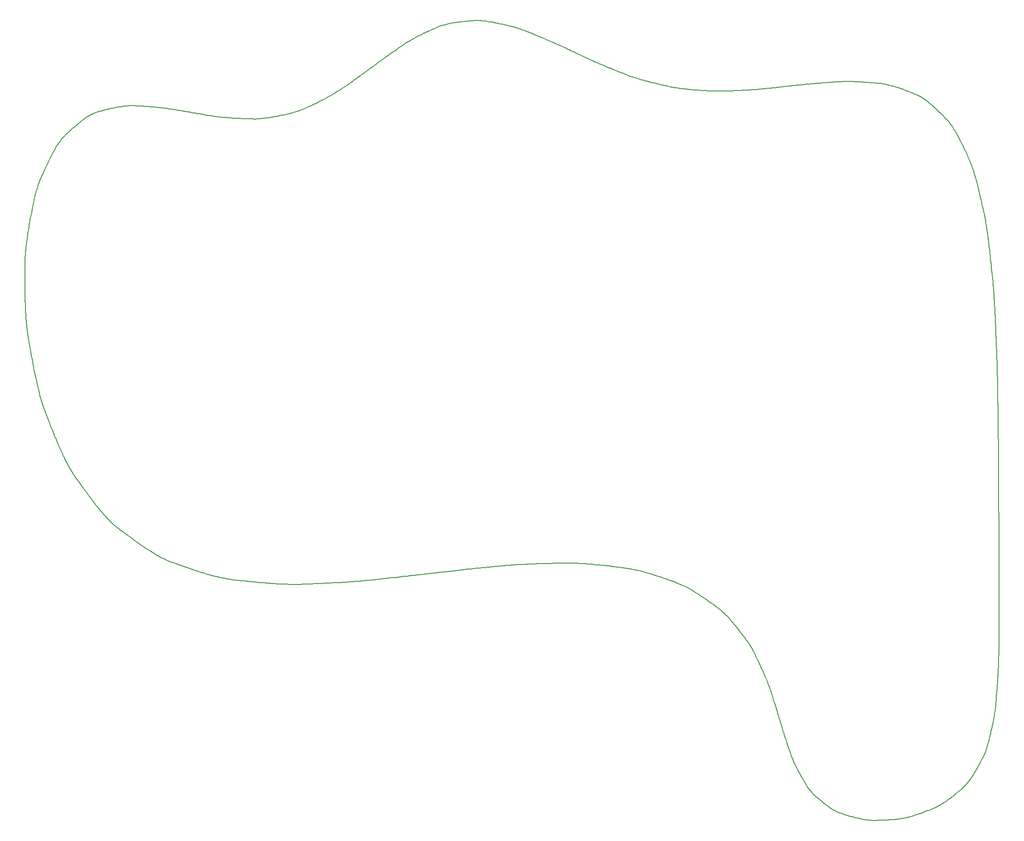
<source format=gbr>
%TF.GenerationSoftware,KiCad,Pcbnew,8.0.1*%
%TF.CreationDate,2024-05-05T07:35:19+02:00*%
%TF.ProjectId,PinkyPi,50696e6b-7950-4692-9e6b-696361645f70,rev?*%
%TF.SameCoordinates,Original*%
%TF.FileFunction,Profile,NP*%
%FSLAX46Y46*%
G04 Gerber Fmt 4.6, Leading zero omitted, Abs format (unit mm)*
G04 Created by KiCad (PCBNEW 8.0.1) date 2024-05-05 07:35:19*
%MOMM*%
%LPD*%
G01*
G04 APERTURE LIST*
%ADD10C,0.200000*%
G04 APERTURE END LIST*
D10*
X222008990Y-94321869D02*
X222011318Y-94598948D01*
X222013610Y-94876974D01*
X222015871Y-95156985D01*
X222018108Y-95440017D01*
X222020327Y-95727106D01*
X222022533Y-96019288D01*
X222024732Y-96317600D01*
X222026931Y-96623079D01*
X222029135Y-96936761D01*
X222031350Y-97259683D01*
X222033583Y-97592880D01*
X222035838Y-97937390D01*
X222038123Y-98294249D01*
X222040443Y-98664494D01*
X222042804Y-99049161D01*
X222045212Y-99449286D01*
X222047673Y-99865906D01*
X222050192Y-100300058D01*
X222052777Y-100752777D01*
X222055432Y-101225101D01*
X222058164Y-101718066D01*
X222060979Y-102232708D01*
X222063883Y-102770064D01*
X222066881Y-103331171D01*
X222069980Y-103917064D01*
X222073185Y-104528781D01*
X222076503Y-105167358D01*
X222079939Y-105833830D01*
X222083500Y-106529236D01*
X222087191Y-107254611D01*
X222091018Y-108010992D01*
X222094988Y-108799416D01*
X216626955Y-157534193D02*
X216472798Y-157725272D01*
X216313349Y-157916451D01*
X216145369Y-158109850D01*
X215965620Y-158307591D01*
X215770861Y-158511797D01*
X215557856Y-158724589D01*
X215323365Y-158948089D01*
X215064149Y-159184419D01*
X214776969Y-159435702D01*
X214621881Y-159567613D01*
X214458588Y-159704058D01*
X214286684Y-159845303D01*
X214105766Y-159991611D01*
X213915427Y-160143249D01*
X213715264Y-160300482D01*
X213504871Y-160463574D01*
X213283844Y-160632792D01*
X213051778Y-160808400D01*
X212808268Y-160990664D01*
X212552909Y-161179849D01*
X212285296Y-161376221D01*
X212005024Y-161580043D01*
X211711690Y-161791583D01*
X184189751Y-154638119D02*
X184088099Y-154405723D01*
X183986364Y-154167600D01*
X183883260Y-153919613D01*
X183777501Y-153657625D01*
X183667802Y-153377498D01*
X183552877Y-153075096D01*
X183431442Y-152746282D01*
X183302209Y-152386918D01*
X183234267Y-152194487D01*
X183163895Y-151992867D01*
X183090930Y-151781542D01*
X183015212Y-151559994D01*
X182936582Y-151327705D01*
X182854877Y-151084159D01*
X182769938Y-150828839D01*
X182681603Y-150561228D01*
X182589713Y-150280808D01*
X182494105Y-149987062D01*
X182394621Y-149679473D01*
X182291098Y-149357524D01*
X182183376Y-149020698D01*
X182071295Y-148668478D01*
X181954694Y-148300347D01*
X181833413Y-147915787D01*
X200117946Y-27763765D02*
X200395178Y-27807244D01*
X200675186Y-27854750D01*
X200961751Y-27908094D01*
X201258656Y-27969088D01*
X201569680Y-28039545D01*
X201898605Y-28121278D01*
X202249212Y-28216099D01*
X202625283Y-28325821D01*
X202824049Y-28386835D01*
X203030599Y-28452255D01*
X203245405Y-28522305D01*
X203468940Y-28597214D01*
X203701677Y-28677207D01*
X203944089Y-28762511D01*
X204196648Y-28853352D01*
X204459826Y-28949958D01*
X204734097Y-29052554D01*
X205019933Y-29161368D01*
X205317806Y-29276625D01*
X205628190Y-29398552D01*
X205951557Y-29527377D01*
X206288380Y-29663325D01*
X206639131Y-29806622D01*
X207004283Y-29957497D01*
X49755091Y-100344760D02*
X49630544Y-100135401D01*
X49506362Y-99924323D01*
X49382214Y-99710573D01*
X49257769Y-99493200D01*
X49132697Y-99271251D01*
X49006665Y-99043776D01*
X48879344Y-98809822D01*
X48750403Y-98568437D01*
X48619510Y-98318671D01*
X48486336Y-98059571D01*
X48350549Y-97790186D01*
X48211818Y-97509563D01*
X48069812Y-97216752D01*
X47924201Y-96910800D01*
X47774654Y-96590756D01*
X47620840Y-96255668D01*
X47462428Y-95904584D01*
X47299088Y-95536553D01*
X47130488Y-95150622D01*
X46956297Y-94745841D01*
X46776186Y-94321258D01*
X46589822Y-93875920D01*
X46396875Y-93408877D01*
X46197015Y-92919175D01*
X45989910Y-92405865D01*
X45775230Y-91867993D01*
X45552644Y-91304609D01*
X45321820Y-90714760D01*
X45082429Y-90097495D01*
X44834139Y-89451862D01*
X44576619Y-88776910D01*
X44309540Y-88071687D01*
X111585905Y-20361302D02*
X111829836Y-20206029D01*
X112077653Y-20050976D01*
X112333213Y-19894696D01*
X112600377Y-19735742D01*
X112883006Y-19572668D01*
X113184958Y-19404027D01*
X113510094Y-19228373D01*
X113862275Y-19044259D01*
X114049712Y-18948578D01*
X114245359Y-18850239D01*
X114449696Y-18749063D01*
X114663207Y-18644867D01*
X114886373Y-18537472D01*
X115119678Y-18426696D01*
X115363604Y-18312359D01*
X115618634Y-18194280D01*
X115885249Y-18072277D01*
X116163933Y-17946171D01*
X116455167Y-17815781D01*
X116759435Y-17680925D01*
X117077219Y-17541422D01*
X117409002Y-17397093D01*
X117755265Y-17247756D01*
X118116492Y-17093231D01*
X146055974Y-23342856D02*
X146327795Y-23467044D01*
X146603951Y-23592338D01*
X146888712Y-23720302D01*
X147186349Y-23852497D01*
X147501134Y-23990485D01*
X147837337Y-24135829D01*
X148199229Y-24290092D01*
X148391143Y-24371056D01*
X148591082Y-24454835D01*
X148799578Y-24541625D01*
X149017166Y-24631621D01*
X149244379Y-24725018D01*
X149481752Y-24822012D01*
X149729818Y-24922797D01*
X149989112Y-25027570D01*
X150260167Y-25136526D01*
X150543516Y-25249859D01*
X150839695Y-25367765D01*
X151149236Y-25490439D01*
X151472674Y-25618077D01*
X151810543Y-25750874D01*
X152163376Y-25889026D01*
X152531707Y-26032726D01*
X152916070Y-26182172D01*
X153317000Y-26337558D01*
X219520675Y-52734884D02*
X219559528Y-52953510D01*
X219598118Y-53173782D01*
X219636528Y-53396676D01*
X219674847Y-53623168D01*
X219713158Y-53854235D01*
X219751550Y-54090853D01*
X219790108Y-54333998D01*
X219828918Y-54584648D01*
X219868066Y-54843779D01*
X219907638Y-55112366D01*
X219947721Y-55391388D01*
X219988401Y-55681819D01*
X220029764Y-55984637D01*
X220071896Y-56300818D01*
X220114882Y-56631339D01*
X220158811Y-56977176D01*
X220203767Y-57339305D01*
X220249836Y-57718703D01*
X220297105Y-58116347D01*
X220345660Y-58533213D01*
X220395587Y-58970277D01*
X220446973Y-59428516D01*
X220499903Y-59908907D01*
X220554463Y-60412425D01*
X220610740Y-60940049D01*
X220668820Y-61492752D01*
X220728789Y-62071514D01*
X220790732Y-62677309D01*
X220854738Y-63311115D01*
X220920890Y-63973907D01*
X220989277Y-64666663D01*
X221059983Y-65390359D01*
X171507772Y-126905143D02*
X171287427Y-126688076D01*
X171060195Y-126470068D01*
X170821585Y-126248542D01*
X170567108Y-126020917D01*
X170292274Y-125784615D01*
X169992593Y-125537056D01*
X169832032Y-125408249D01*
X169663575Y-125275661D01*
X169486662Y-125138969D01*
X169300731Y-124997852D01*
X169105221Y-124851986D01*
X168899572Y-124701049D01*
X168683220Y-124544718D01*
X168455606Y-124382673D01*
X168216168Y-124214589D01*
X167964346Y-124040144D01*
X167699577Y-123859017D01*
X167421300Y-123670885D01*
X167128955Y-123475426D01*
X166821980Y-123272316D01*
X166499814Y-123061234D01*
X166161895Y-122841858D01*
X165807663Y-122613864D01*
X165436557Y-122376931D01*
X165048014Y-122130736D01*
X164641475Y-121874957D01*
X155705924Y-118582581D02*
X155331685Y-118494899D01*
X154948548Y-118408951D01*
X154751550Y-118366484D01*
X154549818Y-118324279D01*
X154342515Y-118282280D01*
X154128804Y-118240429D01*
X153907849Y-118198669D01*
X153678813Y-118156944D01*
X153440859Y-118115196D01*
X153193151Y-118073369D01*
X152934853Y-118031405D01*
X152665127Y-117989248D01*
X152383138Y-117946841D01*
X152088048Y-117904126D01*
X151779021Y-117861047D01*
X151455221Y-117817547D01*
X151115810Y-117773569D01*
X150759953Y-117729055D01*
X150386812Y-117683950D01*
X149995551Y-117638196D01*
X149585334Y-117591735D01*
X149155324Y-117544512D01*
X148704684Y-117496469D01*
X148232577Y-117447549D01*
X147738168Y-117397695D01*
X147220620Y-117346850D01*
X146679095Y-117294958D01*
X146112758Y-117241961D01*
X145520772Y-117187803D01*
X144902300Y-117132426D01*
X176353742Y-133317232D02*
X176204903Y-133057198D01*
X176050815Y-132794663D01*
X175888202Y-132526140D01*
X175713787Y-132248147D01*
X175524294Y-131957198D01*
X175316447Y-131649809D01*
X175086970Y-131322495D01*
X174963097Y-131150278D01*
X174832588Y-130971773D01*
X174695033Y-130786545D01*
X174550023Y-130594157D01*
X174397148Y-130394176D01*
X174235999Y-130186164D01*
X174066167Y-129969687D01*
X173887241Y-129744308D01*
X173698813Y-129509593D01*
X173500473Y-129265106D01*
X173291811Y-129010411D01*
X173072418Y-128745073D01*
X172841884Y-128468656D01*
X172599800Y-128180724D01*
X172345756Y-127880843D01*
X172079343Y-127568575D01*
X171800152Y-127243487D01*
X171507772Y-126905143D01*
X131755785Y-17230996D02*
X132020148Y-17311791D01*
X132288902Y-17396290D01*
X132566235Y-17486317D01*
X132856333Y-17583700D01*
X133163385Y-17690266D01*
X133491577Y-17807840D01*
X133845098Y-17938250D01*
X134032664Y-18008839D01*
X134228133Y-18083322D01*
X134432028Y-18161927D01*
X134644871Y-18244882D01*
X134867188Y-18332416D01*
X135099500Y-18424757D01*
X135342332Y-18522134D01*
X135596206Y-18624774D01*
X135861647Y-18732906D01*
X136139177Y-18846759D01*
X136429320Y-18966560D01*
X136732600Y-19092538D01*
X137049540Y-19224922D01*
X137380663Y-19363939D01*
X137726493Y-19509818D01*
X138087554Y-19662787D01*
X138464368Y-19823075D01*
X138857459Y-19990910D01*
X219833688Y-151540250D02*
X219743271Y-151798265D01*
X219648758Y-152057241D01*
X219547882Y-152320304D01*
X219438379Y-152590578D01*
X219317984Y-152871191D01*
X219184432Y-153165267D01*
X219035457Y-153475933D01*
X218868795Y-153806313D01*
X218682181Y-154159535D01*
X218580683Y-154345688D01*
X218473349Y-154538723D01*
X218359894Y-154739031D01*
X218240035Y-154947004D01*
X218113489Y-155163030D01*
X217979974Y-155387502D01*
X217839205Y-155620810D01*
X217690900Y-155863345D01*
X217534776Y-156115497D01*
X217370549Y-156377657D01*
X217197937Y-156650216D01*
X217016655Y-156933564D01*
X216826422Y-157228093D01*
X216626955Y-157534193D01*
X42702107Y-48718312D02*
X42757726Y-48516577D01*
X42814305Y-48315123D01*
X42872184Y-48113375D01*
X42931703Y-47910759D01*
X42993206Y-47706701D01*
X43057031Y-47500626D01*
X43123522Y-47291962D01*
X43193019Y-47080133D01*
X43265863Y-46864565D01*
X43342396Y-46644685D01*
X43422958Y-46419919D01*
X43507892Y-46189692D01*
X43597537Y-45953431D01*
X43692236Y-45710561D01*
X43792330Y-45460508D01*
X43898159Y-45202698D01*
X44010066Y-44936557D01*
X44128390Y-44661512D01*
X44253475Y-44376987D01*
X44385660Y-44082410D01*
X44525287Y-43777205D01*
X44672697Y-43460799D01*
X44828231Y-43132618D01*
X44992231Y-42792087D01*
X45165038Y-42438633D01*
X45346993Y-42071682D01*
X45538438Y-41690659D01*
X45739712Y-41294991D01*
X45951159Y-40884103D01*
X46173118Y-40457421D01*
X46405932Y-40014372D01*
X46649941Y-39554381D01*
X222096978Y-133906770D02*
X222092296Y-134108678D01*
X222087395Y-134310677D01*
X222082206Y-134513431D01*
X222076662Y-134717600D01*
X222070694Y-134923848D01*
X222064235Y-135132838D01*
X222057217Y-135345231D01*
X222049572Y-135561691D01*
X222041232Y-135782881D01*
X222032129Y-136009461D01*
X222022195Y-136242096D01*
X222011362Y-136481448D01*
X221999563Y-136728179D01*
X221986730Y-136982952D01*
X221972793Y-137246430D01*
X221957687Y-137519274D01*
X221941342Y-137802148D01*
X221923691Y-138095715D01*
X221904666Y-138400636D01*
X221884199Y-138717574D01*
X221862222Y-139047192D01*
X221838667Y-139390153D01*
X221813466Y-139747119D01*
X221786552Y-140118752D01*
X221757857Y-140505715D01*
X221727312Y-140908671D01*
X221694849Y-141328282D01*
X221660401Y-141765211D01*
X221623900Y-142220121D01*
X221585278Y-142693673D01*
X221544467Y-143186531D01*
X221501400Y-143699358D01*
X184254311Y-28129714D02*
X184561550Y-28096399D01*
X184873540Y-28062972D01*
X185194991Y-28029183D01*
X185530617Y-27994783D01*
X185885129Y-27959522D01*
X186263241Y-27923151D01*
X186462619Y-27904472D01*
X186669664Y-27885422D01*
X186884965Y-27865970D01*
X187109111Y-27846084D01*
X187342690Y-27825735D01*
X187586293Y-27804889D01*
X187840508Y-27783518D01*
X188105924Y-27761588D01*
X188383130Y-27739069D01*
X188672716Y-27715930D01*
X188975269Y-27692140D01*
X189291380Y-27667668D01*
X189621637Y-27642482D01*
X189966630Y-27616551D01*
X190326947Y-27589845D01*
X190703177Y-27562331D01*
X191095910Y-27533979D01*
X191505734Y-27504758D01*
X191933239Y-27474636D01*
X192379014Y-27443583D01*
X138857459Y-19990910D02*
X139126773Y-20112662D01*
X139400426Y-20237049D01*
X139682650Y-20366012D01*
X139977672Y-20501493D01*
X140289724Y-20645436D01*
X140623035Y-20799783D01*
X140981835Y-20966477D01*
X141172115Y-21055061D01*
X141370354Y-21147460D01*
X141577080Y-21243917D01*
X141792821Y-21344675D01*
X142018108Y-21449977D01*
X142253468Y-21560065D01*
X142499430Y-21675182D01*
X142756523Y-21795572D01*
X143025275Y-21921476D01*
X143306216Y-22053138D01*
X143599874Y-22190801D01*
X143906778Y-22334707D01*
X144227457Y-22485100D01*
X144562439Y-22642221D01*
X144912252Y-22806315D01*
X145277427Y-22977623D01*
X145658491Y-23156389D01*
X146055974Y-23342856D01*
X91189372Y-33082971D02*
X91467488Y-32991059D01*
X91749065Y-32894219D01*
X92038183Y-32790077D01*
X92338924Y-32676260D01*
X92655371Y-32550395D01*
X92991605Y-32410108D01*
X93351708Y-32253028D01*
X93541986Y-32167448D01*
X93739763Y-32076779D01*
X93945547Y-31980726D01*
X94159851Y-31878990D01*
X94383183Y-31771276D01*
X94616054Y-31657287D01*
X94858975Y-31536727D01*
X95112455Y-31409298D01*
X95377005Y-31274704D01*
X95653135Y-31132648D01*
X95941355Y-30982835D01*
X96242176Y-30824966D01*
X96556107Y-30658746D01*
X96883660Y-30483877D01*
X97225344Y-30300064D01*
X97581670Y-30107010D01*
X97953147Y-29904417D01*
X98340287Y-29691990D01*
X40853813Y-60752709D02*
X40867490Y-60507669D01*
X40882052Y-60262292D01*
X40897695Y-60015763D01*
X40914613Y-59767273D01*
X40933004Y-59516010D01*
X40953063Y-59261161D01*
X40974986Y-59001916D01*
X40998970Y-58737463D01*
X41025209Y-58466991D01*
X41053900Y-58189688D01*
X41085240Y-57904743D01*
X41119423Y-57611343D01*
X41156646Y-57308679D01*
X41197106Y-56995937D01*
X41240997Y-56672307D01*
X41288516Y-56336976D01*
X41339858Y-55989135D01*
X41395221Y-55627970D01*
X41454799Y-55252671D01*
X41518788Y-54862426D01*
X41587386Y-54456424D01*
X41660787Y-54033852D01*
X41739187Y-53593900D01*
X41822783Y-53135756D01*
X41911771Y-52658609D01*
X42006346Y-52161646D01*
X42106704Y-51644057D01*
X42213042Y-51105030D01*
X42325555Y-50543753D01*
X42444440Y-49959416D01*
X42569892Y-49351206D01*
X42702107Y-48718312D01*
X192410138Y-163533472D02*
X192199058Y-163438844D01*
X191987154Y-163339224D01*
X191771936Y-163232108D01*
X191550914Y-163114992D01*
X191321600Y-162985371D01*
X191081504Y-162840742D01*
X190828136Y-162678601D01*
X190559009Y-162496443D01*
X190271632Y-162291764D01*
X189963517Y-162062061D01*
X189800904Y-161937042D01*
X189632174Y-161804828D01*
X189457014Y-161665106D01*
X189275114Y-161517562D01*
X189086162Y-161361884D01*
X188889848Y-161197759D01*
X188685859Y-161024874D01*
X188473886Y-160842915D01*
X188253617Y-160651569D01*
X188024740Y-160450525D01*
X187786945Y-160239468D01*
X187539921Y-160018086D01*
X221501400Y-143699358D02*
X221461544Y-144029122D01*
X221419134Y-144360764D01*
X221372875Y-144698461D01*
X221321478Y-145046391D01*
X221263650Y-145408732D01*
X221198100Y-145789659D01*
X221162025Y-145988398D01*
X221123535Y-146193351D01*
X221082469Y-146405039D01*
X221038665Y-146623985D01*
X220991961Y-146850711D01*
X220942197Y-147085738D01*
X220889210Y-147329590D01*
X220832839Y-147582788D01*
X220772924Y-147845855D01*
X220709301Y-148119312D01*
X220641811Y-148403683D01*
X220570290Y-148699488D01*
X220494579Y-149007250D01*
X220414515Y-149327492D01*
X220329938Y-149660735D01*
X220240684Y-150007502D01*
X220146594Y-150368315D01*
X220047506Y-150743695D01*
X219943257Y-151134166D01*
X219833688Y-151540250D01*
X79113508Y-120091021D02*
X78882037Y-120051685D01*
X78650126Y-120011253D01*
X78416964Y-119969385D01*
X78181743Y-119925745D01*
X77943655Y-119879995D01*
X77701890Y-119831797D01*
X77455640Y-119780815D01*
X77204095Y-119726711D01*
X76946448Y-119669146D01*
X76681889Y-119607785D01*
X76409609Y-119542289D01*
X76128801Y-119472320D01*
X75838654Y-119397543D01*
X75538360Y-119317618D01*
X75227110Y-119232208D01*
X74904096Y-119140977D01*
X74568508Y-119043586D01*
X74219539Y-118939699D01*
X73856378Y-118828977D01*
X73478218Y-118711084D01*
X73084249Y-118585681D01*
X72673663Y-118452431D01*
X72245651Y-118310998D01*
X71799404Y-118161042D01*
X71334113Y-118002228D01*
X70848969Y-117834217D01*
X70343165Y-117656673D01*
X69815890Y-117469256D01*
X69266336Y-117271631D01*
X68693695Y-117063460D01*
X68097157Y-116844405D01*
X67475914Y-116614129D01*
X75445861Y-33777068D02*
X75754033Y-33822856D01*
X76066716Y-33867694D01*
X76388563Y-33911560D01*
X76724229Y-33954431D01*
X77078370Y-33996282D01*
X77455640Y-34037091D01*
X77860694Y-34076835D01*
X78075094Y-34096300D01*
X78298187Y-34115490D01*
X78530552Y-34134402D01*
X78772773Y-34153033D01*
X79025431Y-34171381D01*
X79289108Y-34189442D01*
X79564386Y-34207213D01*
X79851847Y-34224692D01*
X80152072Y-34241876D01*
X80465643Y-34258761D01*
X80793143Y-34275345D01*
X81135153Y-34291626D01*
X81492255Y-34307599D01*
X81865031Y-34323263D01*
X82254062Y-34338613D01*
X82659931Y-34353649D01*
X83083220Y-34368365D01*
X83524510Y-34382761D01*
X52356234Y-33998208D02*
X52599567Y-33861472D01*
X52848806Y-33728438D01*
X53108293Y-33598579D01*
X53382371Y-33471371D01*
X53675382Y-33346289D01*
X53991669Y-33222810D01*
X54335574Y-33100407D01*
X54711441Y-32978557D01*
X54912717Y-32917675D01*
X55123612Y-32856734D01*
X55344668Y-32795669D01*
X55576428Y-32734415D01*
X55819436Y-32672905D01*
X56074234Y-32611074D01*
X56341365Y-32548856D01*
X56621371Y-32486186D01*
X56914796Y-32422998D01*
X57222182Y-32359227D01*
X57544073Y-32294807D01*
X57881010Y-32229673D01*
X58233537Y-32163759D01*
X58602197Y-32096998D01*
X58987533Y-32029327D01*
X59390087Y-31960679D01*
X105070338Y-25008184D02*
X105317728Y-24823854D01*
X105568670Y-24637061D01*
X105826969Y-24445302D01*
X106096431Y-24246074D01*
X106380862Y-24036872D01*
X106684067Y-23815192D01*
X107009851Y-23578531D01*
X107182400Y-23453800D01*
X107362021Y-23324385D01*
X107549189Y-23189972D01*
X107744381Y-23050250D01*
X107948071Y-22904904D01*
X108160737Y-22753622D01*
X108382853Y-22596091D01*
X108614895Y-22431998D01*
X108857339Y-22261030D01*
X109110660Y-22082874D01*
X109375335Y-21897217D01*
X109651838Y-21703746D01*
X109940646Y-21502148D01*
X110242234Y-21292111D01*
X110557079Y-21073320D01*
X110885655Y-20845464D01*
X111228438Y-20608228D01*
X111585905Y-20361302D01*
X105595282Y-120178315D02*
X105337145Y-120203718D01*
X105078067Y-120228927D01*
X104817065Y-120253963D01*
X104553159Y-120278847D01*
X104285367Y-120303600D01*
X104012707Y-120328245D01*
X103734198Y-120352800D01*
X103448859Y-120377289D01*
X103155708Y-120401732D01*
X102853765Y-120426151D01*
X102542046Y-120450566D01*
X102219572Y-120474998D01*
X101885361Y-120499470D01*
X101538431Y-120524001D01*
X101177801Y-120548614D01*
X100802489Y-120573329D01*
X100411515Y-120598168D01*
X100003896Y-120623152D01*
X99578651Y-120648302D01*
X99134800Y-120673639D01*
X98671360Y-120699184D01*
X98187350Y-120724960D01*
X97681789Y-120750985D01*
X97153695Y-120777283D01*
X96602087Y-120803874D01*
X96025983Y-120830780D01*
X95424403Y-120858020D01*
X94796365Y-120885618D01*
X94140886Y-120913594D01*
X93456987Y-120941968D01*
X92743685Y-120970763D01*
X92000000Y-121000000D01*
X153317000Y-26337558D02*
X153591634Y-26433658D01*
X153870754Y-26529485D01*
X154158720Y-26625950D01*
X154459891Y-26723966D01*
X154778626Y-26824448D01*
X155119286Y-26928307D01*
X155486229Y-27036457D01*
X155680919Y-27092427D01*
X155883814Y-27149812D01*
X156095460Y-27208726D01*
X156316402Y-27269283D01*
X156547184Y-27331599D01*
X156788351Y-27395786D01*
X157040449Y-27461958D01*
X157304022Y-27530231D01*
X157579615Y-27600718D01*
X157867773Y-27673533D01*
X158169041Y-27748791D01*
X158483964Y-27826605D01*
X158813086Y-27907090D01*
X159156954Y-27990360D01*
X159516111Y-28076529D01*
X159891102Y-28165711D01*
X160282474Y-28258020D01*
X160690770Y-28353571D01*
X187539921Y-160018086D02*
X187387817Y-159847159D01*
X187235893Y-159670517D01*
X187082473Y-159484662D01*
X186925883Y-159286095D01*
X186764446Y-159071317D01*
X186596489Y-158836829D01*
X186420336Y-158579131D01*
X186234312Y-158294725D01*
X186036742Y-157980113D01*
X185825950Y-157631794D01*
X185715073Y-157443902D01*
X185600263Y-157246271D01*
X185481309Y-157038464D01*
X185358003Y-156820044D01*
X185230136Y-156590573D01*
X185097498Y-156349614D01*
X184959879Y-156096729D01*
X184817070Y-155831482D01*
X184668863Y-155553435D01*
X184515046Y-155262150D01*
X184355412Y-154957190D01*
X184189751Y-154638119D01*
X181833413Y-147915787D02*
X181752577Y-147645891D01*
X181670360Y-147370899D01*
X181585288Y-147086471D01*
X181495889Y-146788264D01*
X181400688Y-146471937D01*
X181298213Y-146133149D01*
X181186991Y-145767558D01*
X181127639Y-145573355D01*
X181065547Y-145370824D01*
X181000532Y-145159421D01*
X180932410Y-144938605D01*
X180860995Y-144707831D01*
X180786105Y-144466559D01*
X180707555Y-144214244D01*
X180625160Y-143950345D01*
X180538737Y-143674318D01*
X180448101Y-143385622D01*
X180353068Y-143083712D01*
X180253455Y-142768048D01*
X180149076Y-142438086D01*
X180039748Y-142093283D01*
X179925287Y-141733096D01*
X179805508Y-141356984D01*
X179680228Y-140964403D01*
X179549262Y-140554811D01*
X164641475Y-121874957D02*
X164342461Y-121718186D01*
X164035325Y-121561960D01*
X163714395Y-121404761D01*
X163373997Y-121245073D01*
X163008459Y-121081380D01*
X162814490Y-120997557D01*
X162612108Y-120912164D01*
X162400605Y-120825011D01*
X162179272Y-120735909D01*
X161947399Y-120644668D01*
X161704278Y-120551098D01*
X161449199Y-120455010D01*
X161181453Y-120356214D01*
X160900332Y-120254521D01*
X160605125Y-120149740D01*
X160295125Y-120041684D01*
X159969622Y-119930161D01*
X159627906Y-119814982D01*
X159269270Y-119695958D01*
X158893003Y-119572899D01*
X158498396Y-119445615D01*
X158084742Y-119313917D01*
X157651329Y-119177616D01*
X157197450Y-119036521D01*
X156722396Y-118890443D01*
X156225457Y-118739193D01*
X155705924Y-118582581D01*
X132611346Y-117326116D02*
X132369592Y-117342487D01*
X132126555Y-117359300D01*
X131881243Y-117376667D01*
X131632667Y-117394698D01*
X131379835Y-117413506D01*
X131121758Y-117433200D01*
X130857443Y-117453893D01*
X130585902Y-117475697D01*
X130306142Y-117498721D01*
X130017174Y-117523079D01*
X129718007Y-117548880D01*
X129407650Y-117576237D01*
X129085112Y-117605261D01*
X128749404Y-117636063D01*
X128399534Y-117668754D01*
X128034512Y-117703446D01*
X127653346Y-117740251D01*
X127255048Y-117779279D01*
X126838625Y-117820642D01*
X126403088Y-117864452D01*
X125947445Y-117910819D01*
X125470706Y-117959855D01*
X124971881Y-118011671D01*
X124449978Y-118066380D01*
X123904008Y-118124091D01*
X123332979Y-118184917D01*
X122735901Y-118248969D01*
X122111783Y-118316357D01*
X121459635Y-118387195D01*
X120778466Y-118461592D01*
X120067286Y-118539660D01*
X119325104Y-118621512D01*
X119325104Y-118621512D02*
X119069811Y-118651280D01*
X118813381Y-118681232D01*
X118554806Y-118711472D01*
X118293078Y-118742102D01*
X118027190Y-118773226D01*
X117756136Y-118804948D01*
X117478907Y-118837371D01*
X117194496Y-118870598D01*
X116901897Y-118904733D01*
X116600102Y-118939879D01*
X116288104Y-118976140D01*
X115964894Y-119013619D01*
X115629467Y-119052420D01*
X115280815Y-119092646D01*
X114917930Y-119134400D01*
X114539806Y-119177786D01*
X114145435Y-119222908D01*
X113733809Y-119269868D01*
X113303922Y-119318771D01*
X112854766Y-119369719D01*
X112385334Y-119422817D01*
X111894619Y-119478167D01*
X111381613Y-119535873D01*
X110845309Y-119596038D01*
X110284700Y-119658766D01*
X109698778Y-119724161D01*
X109086537Y-119792325D01*
X108446969Y-119863363D01*
X107779067Y-119937377D01*
X107081823Y-120014472D01*
X106354230Y-120094750D01*
X105595282Y-120178315D01*
X216792937Y-42340703D02*
X216920428Y-42683552D01*
X217047534Y-43036316D01*
X217175565Y-43405634D01*
X217240337Y-43598576D01*
X217305833Y-43798147D01*
X217372215Y-44005177D01*
X217439648Y-44220497D01*
X217508295Y-44444936D01*
X217578321Y-44679324D01*
X217649889Y-44924492D01*
X217723164Y-45181270D01*
X217798308Y-45450488D01*
X217875487Y-45732976D01*
X217954863Y-46029564D01*
X218036601Y-46341082D01*
X218120864Y-46668360D01*
X218207817Y-47012229D01*
X218297623Y-47373519D01*
X218390446Y-47753059D01*
X218486451Y-48151681D01*
X218585800Y-48570213D01*
X218688658Y-49009487D01*
X218795188Y-49470331D01*
X218905556Y-49953577D01*
X219019923Y-50460055D01*
X219138455Y-50990594D01*
X219261315Y-51546026D01*
X219388667Y-52127179D01*
X219520675Y-52734884D01*
X192379014Y-27443583D02*
X192679843Y-27431732D01*
X192984608Y-27421603D01*
X193297688Y-27413737D01*
X193623467Y-27408676D01*
X193966323Y-27406961D01*
X194330640Y-27409133D01*
X194720797Y-27415734D01*
X194926936Y-27420864D01*
X195141177Y-27427305D01*
X195364069Y-27435123D01*
X195596160Y-27444387D01*
X195837996Y-27455165D01*
X196090127Y-27467523D01*
X196353098Y-27481530D01*
X196627459Y-27497253D01*
X196913757Y-27514759D01*
X197212538Y-27534118D01*
X197524352Y-27555396D01*
X197849746Y-27578660D01*
X198189266Y-27603980D01*
X198543462Y-27631421D01*
X198912880Y-27661053D01*
X199298068Y-27692942D01*
X199699574Y-27727157D01*
X200117946Y-27763765D01*
X198640685Y-164951013D02*
X198389999Y-164935863D01*
X198136605Y-164916991D01*
X197877119Y-164893096D01*
X197608158Y-164862876D01*
X197326339Y-164825031D01*
X197028278Y-164778261D01*
X196710594Y-164721264D01*
X196369903Y-164652740D01*
X196002821Y-164571388D01*
X195605966Y-164475907D01*
X195395316Y-164422461D01*
X195175954Y-164364996D01*
X194947457Y-164303348D01*
X194709402Y-164237355D01*
X194461367Y-164166854D01*
X194202928Y-164091683D01*
X193933662Y-164011678D01*
X193653148Y-163926679D01*
X193360961Y-163836521D01*
X193056679Y-163741042D01*
X192739878Y-163640080D01*
X192410138Y-163533472D01*
X92000000Y-121000000D02*
X91749925Y-121001868D01*
X91499144Y-121003094D01*
X91246744Y-121003547D01*
X90991810Y-121003095D01*
X90733428Y-121001609D01*
X90470683Y-120998956D01*
X90202663Y-120995005D01*
X89928452Y-120989626D01*
X89647136Y-120982687D01*
X89357801Y-120974057D01*
X89059534Y-120963605D01*
X88751420Y-120951200D01*
X88432545Y-120936711D01*
X88101994Y-120920006D01*
X87758854Y-120900955D01*
X87402211Y-120879426D01*
X87031150Y-120855288D01*
X86644757Y-120828411D01*
X86242118Y-120798662D01*
X85822319Y-120765912D01*
X85384446Y-120730029D01*
X84927585Y-120690881D01*
X84450821Y-120648337D01*
X83953241Y-120602268D01*
X83433930Y-120552540D01*
X82891974Y-120499024D01*
X82326460Y-120441588D01*
X81736472Y-120380101D01*
X81121097Y-120314432D01*
X80479421Y-120244449D01*
X79810529Y-120170023D01*
X79113508Y-120091021D01*
X205427000Y-164312374D02*
X205174393Y-164371699D01*
X204917251Y-164428754D01*
X204651646Y-164483470D01*
X204373647Y-164535779D01*
X204079325Y-164585612D01*
X203764751Y-164632903D01*
X203425996Y-164677583D01*
X203059130Y-164719584D01*
X202660223Y-164758839D01*
X202447527Y-164777415D01*
X202225347Y-164795279D01*
X201993193Y-164812423D01*
X201750572Y-164828837D01*
X201496995Y-164844514D01*
X201231969Y-164859445D01*
X200955004Y-164873621D01*
X200665608Y-164887034D01*
X200363290Y-164899675D01*
X200047560Y-164911537D01*
X199717925Y-164922610D01*
X199373895Y-164932886D01*
X199014979Y-164942356D01*
X198640685Y-164951013D01*
X41346003Y-74379506D02*
X41314201Y-74118353D01*
X41283156Y-73856252D01*
X41252899Y-73592233D01*
X41223460Y-73325330D01*
X41194868Y-73054574D01*
X41167155Y-72778999D01*
X41140349Y-72497637D01*
X41114483Y-72209520D01*
X41089585Y-71913681D01*
X41065686Y-71609152D01*
X41042816Y-71294966D01*
X41021005Y-70970155D01*
X41000284Y-70633751D01*
X40980684Y-70284788D01*
X40962233Y-69922297D01*
X40944962Y-69545311D01*
X40928902Y-69152862D01*
X40914083Y-68743984D01*
X40900534Y-68317708D01*
X40888287Y-67873067D01*
X40877371Y-67409093D01*
X40867817Y-66924819D01*
X40859654Y-66419277D01*
X40852914Y-65891500D01*
X40847626Y-65340520D01*
X40843821Y-64765369D01*
X40841528Y-64165081D01*
X40840778Y-63538688D01*
X40841601Y-62885221D01*
X40844028Y-62203714D01*
X40848088Y-61493199D01*
X40853813Y-60752709D01*
X124825774Y-16045334D02*
X125082429Y-16051885D01*
X125343458Y-16062236D01*
X125612965Y-16077503D01*
X125895054Y-16098802D01*
X126193830Y-16127248D01*
X126513400Y-16163957D01*
X126857867Y-16210045D01*
X127231337Y-16266628D01*
X127430230Y-16299203D01*
X127637914Y-16334821D01*
X127854900Y-16373620D01*
X128081703Y-16415741D01*
X128318836Y-16461321D01*
X128566811Y-16510502D01*
X128826141Y-16563423D01*
X129097341Y-16620222D01*
X129380922Y-16681040D01*
X129677398Y-16746015D01*
X129987282Y-16815288D01*
X130311088Y-16888998D01*
X130649328Y-16967284D01*
X131002515Y-17050286D01*
X131371163Y-17138143D01*
X131755785Y-17230996D01*
X57562858Y-110047910D02*
X57395938Y-109894032D01*
X57229130Y-109738429D01*
X57061926Y-109580310D01*
X56893815Y-109418883D01*
X56724292Y-109253357D01*
X56552846Y-109082942D01*
X56378969Y-108906846D01*
X56202154Y-108724279D01*
X56021891Y-108534450D01*
X55837673Y-108336567D01*
X55648991Y-108129840D01*
X55455336Y-107913478D01*
X55256200Y-107686689D01*
X55051075Y-107448683D01*
X54839453Y-107198670D01*
X54620824Y-106935857D01*
X54394681Y-106659454D01*
X54160515Y-106368670D01*
X53917817Y-106062714D01*
X53666081Y-105740796D01*
X53404796Y-105402123D01*
X53133454Y-105045906D01*
X52851548Y-104671353D01*
X52558569Y-104277673D01*
X52254008Y-103864076D01*
X51937357Y-103429770D01*
X51608107Y-102973964D01*
X51265751Y-102495868D01*
X50909780Y-101994691D01*
X50539685Y-101469641D01*
X50154958Y-100919927D01*
X49755091Y-100344760D01*
X222094988Y-108799416D02*
X222096328Y-109062834D01*
X222097674Y-109326865D01*
X222099029Y-109592446D01*
X222100398Y-109860515D01*
X222101786Y-110132010D01*
X222103196Y-110407869D01*
X222104633Y-110689030D01*
X222106101Y-110976430D01*
X222107605Y-111271008D01*
X222109150Y-111573701D01*
X222110739Y-111885447D01*
X222112377Y-112207185D01*
X222114068Y-112539852D01*
X222115817Y-112884386D01*
X222117628Y-113241724D01*
X222119506Y-113612806D01*
X222121454Y-113998568D01*
X222123478Y-114399948D01*
X222125582Y-114817885D01*
X222127770Y-115253317D01*
X222130046Y-115707180D01*
X222132415Y-116180414D01*
X222134881Y-116673956D01*
X222137449Y-117188744D01*
X222140123Y-117725716D01*
X222142907Y-118285809D01*
X222145807Y-118869962D01*
X222148825Y-119479113D01*
X222151967Y-120114199D01*
X222155237Y-120776158D01*
X222158639Y-121465929D01*
X222162179Y-122184449D01*
X207004283Y-29957497D02*
X207240796Y-30086423D01*
X207478796Y-30221797D01*
X207721260Y-30367037D01*
X207971165Y-30525559D01*
X208231488Y-30700781D01*
X208505209Y-30896119D01*
X208795303Y-31114990D01*
X209104749Y-31360811D01*
X209267659Y-31494896D01*
X209436523Y-31637000D01*
X209611714Y-31787550D01*
X209793605Y-31946973D01*
X209982566Y-32115696D01*
X210178970Y-32294147D01*
X210383190Y-32482752D01*
X210595597Y-32681940D01*
X210816564Y-32892136D01*
X211046464Y-33113768D01*
X211285667Y-33347263D01*
X211534547Y-33593048D01*
X211793475Y-33851551D01*
X212062824Y-34123198D01*
X212342966Y-34408416D01*
X212634274Y-34707634D01*
X212634274Y-34707634D02*
X212817834Y-34941738D01*
X213001747Y-35184381D01*
X213188121Y-35440674D01*
X213379060Y-35715730D01*
X213576670Y-36014660D01*
X213783057Y-36342578D01*
X213890200Y-36519004D01*
X214000327Y-36704594D01*
X214113701Y-36899987D01*
X214230586Y-37105821D01*
X214351244Y-37322737D01*
X214475939Y-37551372D01*
X214604934Y-37792366D01*
X214738492Y-38046358D01*
X214876876Y-38313987D01*
X215020351Y-38595892D01*
X215169178Y-38892712D01*
X215323621Y-39205086D01*
X215483944Y-39533653D01*
X215650409Y-39879052D01*
X215823281Y-40241922D01*
X216002821Y-40622902D01*
X216189293Y-41022631D01*
X216382961Y-41441748D01*
X216584088Y-41880892D01*
X216792937Y-42340703D01*
X221764791Y-79550140D02*
X221772509Y-79824529D01*
X221780105Y-80100179D01*
X221787592Y-80378173D01*
X221794980Y-80659592D01*
X221802282Y-80945517D01*
X221809508Y-81237031D01*
X221816670Y-81535216D01*
X221823781Y-81841152D01*
X221830851Y-82155922D01*
X221837893Y-82480608D01*
X221844917Y-82816291D01*
X221851935Y-83164054D01*
X221858960Y-83524977D01*
X221866002Y-83900143D01*
X221873073Y-84290634D01*
X221880185Y-84697531D01*
X221887349Y-85121916D01*
X221894578Y-85564871D01*
X221901882Y-86027477D01*
X221909273Y-86510817D01*
X221916763Y-87015972D01*
X221924363Y-87544024D01*
X221932086Y-88096055D01*
X221939941Y-88673146D01*
X221947943Y-89276380D01*
X221956100Y-89906837D01*
X221964427Y-90565601D01*
X221972933Y-91253752D01*
X221981631Y-91972373D01*
X221990532Y-92722544D01*
X221999647Y-93505349D01*
X222008990Y-94321869D01*
X98340287Y-29691990D02*
X98599895Y-29531997D01*
X98862877Y-29367593D01*
X99133111Y-29195928D01*
X99414473Y-29014157D01*
X99710842Y-28819432D01*
X100026095Y-28608906D01*
X100192015Y-28496827D01*
X100364110Y-28379731D01*
X100542865Y-28257260D01*
X100728765Y-28129060D01*
X100922294Y-27994774D01*
X101123936Y-27854047D01*
X101334178Y-27706521D01*
X101553503Y-27551843D01*
X101782396Y-27389655D01*
X102021341Y-27219602D01*
X102270825Y-27041327D01*
X102531330Y-26854476D01*
X102803342Y-26658692D01*
X103087346Y-26453619D01*
X103383827Y-26238901D01*
X103693268Y-26014182D01*
X104016155Y-25779107D01*
X104352972Y-25533320D01*
X104704205Y-25276464D01*
X105070338Y-25008184D01*
X222162179Y-122184449D02*
X222163010Y-122421032D01*
X222163797Y-122657926D01*
X222164525Y-122895937D01*
X222165180Y-123135871D01*
X222165748Y-123378533D01*
X222166215Y-123624729D01*
X222166567Y-123875266D01*
X222166790Y-124130949D01*
X222166870Y-124392585D01*
X222166793Y-124660979D01*
X222166545Y-124936937D01*
X222166112Y-125221266D01*
X222165479Y-125514771D01*
X222164634Y-125818258D01*
X222163561Y-126132533D01*
X222162247Y-126458402D01*
X222160678Y-126796671D01*
X222158840Y-127148147D01*
X222156718Y-127513634D01*
X222154299Y-127893939D01*
X222151569Y-128289868D01*
X222148513Y-128702227D01*
X222145118Y-129131822D01*
X222141370Y-129579458D01*
X222137254Y-130045943D01*
X222132757Y-130532080D01*
X222127864Y-131038678D01*
X222122562Y-131566541D01*
X222116836Y-132116476D01*
X222110673Y-132689288D01*
X222104058Y-133285784D01*
X222096978Y-133906770D01*
X179549262Y-140554811D02*
X179451296Y-140275768D01*
X179350034Y-139992772D01*
X179243275Y-139701718D01*
X179128818Y-139398502D01*
X179004461Y-139079020D01*
X178868004Y-138739166D01*
X178717246Y-138374837D01*
X178635817Y-138182211D01*
X178549987Y-137981927D01*
X178459481Y-137773472D01*
X178364025Y-137556333D01*
X178263342Y-137329997D01*
X178157159Y-137093950D01*
X178045199Y-136847680D01*
X177927189Y-136590673D01*
X177802852Y-136322417D01*
X177671913Y-136042399D01*
X177534098Y-135750105D01*
X177389132Y-135445022D01*
X177236738Y-135126637D01*
X177076643Y-134794438D01*
X176908571Y-134447911D01*
X176732247Y-134086543D01*
X176547395Y-133709821D01*
X176353742Y-133317232D01*
X118116492Y-17093231D02*
X118364856Y-17010861D01*
X118617427Y-16931107D01*
X118878187Y-16853890D01*
X119151121Y-16779132D01*
X119440212Y-16706755D01*
X119749442Y-16636680D01*
X120082796Y-16568829D01*
X120444257Y-16503124D01*
X120837807Y-16439486D01*
X121047860Y-16408418D01*
X121267430Y-16377838D01*
X121497014Y-16347735D01*
X121737110Y-16318100D01*
X121988216Y-16288924D01*
X122250830Y-16260195D01*
X122525449Y-16231905D01*
X122812573Y-16204044D01*
X123112697Y-16176602D01*
X123426322Y-16149569D01*
X123753944Y-16122936D01*
X124096061Y-16096692D01*
X124453172Y-16070828D01*
X124825774Y-16045334D01*
X83524510Y-34382761D02*
X83821481Y-34372962D01*
X84122320Y-34359559D01*
X84431400Y-34341282D01*
X84753095Y-34316863D01*
X85091778Y-34285033D01*
X85451823Y-34244523D01*
X85837604Y-34194066D01*
X86041512Y-34164710D01*
X86253494Y-34132392D01*
X86474097Y-34096952D01*
X86703867Y-34058233D01*
X86943351Y-34016075D01*
X87193096Y-33970320D01*
X87453648Y-33920809D01*
X87725555Y-33867385D01*
X88009362Y-33809887D01*
X88305617Y-33748158D01*
X88614866Y-33682039D01*
X88937656Y-33611372D01*
X89274534Y-33535998D01*
X89626046Y-33455758D01*
X89992739Y-33370494D01*
X90375160Y-33280047D01*
X90773855Y-33184259D01*
X91189372Y-33082971D01*
X221059983Y-65390359D02*
X221079710Y-65644804D01*
X221099228Y-65900756D01*
X221118573Y-66159277D01*
X221137780Y-66421430D01*
X221156885Y-66688277D01*
X221175924Y-66960881D01*
X221194933Y-67240305D01*
X221213946Y-67527610D01*
X221233001Y-67823859D01*
X221252133Y-68130116D01*
X221271377Y-68447442D01*
X221290769Y-68776900D01*
X221310345Y-69119553D01*
X221330141Y-69476463D01*
X221350192Y-69848693D01*
X221370535Y-70237305D01*
X221391204Y-70643362D01*
X221412236Y-71067927D01*
X221433667Y-71512061D01*
X221455532Y-71976828D01*
X221477867Y-72463290D01*
X221500707Y-72972510D01*
X221524090Y-73505550D01*
X221548049Y-74063472D01*
X221572621Y-74647340D01*
X221597842Y-75258216D01*
X221623747Y-75897163D01*
X221650372Y-76565242D01*
X221677754Y-77263517D01*
X221705927Y-77993049D01*
X221734927Y-78754903D01*
X221764791Y-79550140D01*
X67475914Y-116614129D02*
X67272660Y-116520415D01*
X67069244Y-116425214D01*
X66864993Y-116327956D01*
X66659237Y-116228070D01*
X66451304Y-116124985D01*
X66240525Y-116018131D01*
X66026227Y-115906938D01*
X65807740Y-115790834D01*
X65584393Y-115669249D01*
X65355515Y-115541614D01*
X65120435Y-115407356D01*
X64878483Y-115265906D01*
X64628986Y-115116693D01*
X64371275Y-114959147D01*
X64104677Y-114792697D01*
X63828524Y-114616773D01*
X63542142Y-114430804D01*
X63244862Y-114234219D01*
X62936012Y-114026448D01*
X62614922Y-113806920D01*
X62280921Y-113575066D01*
X61933337Y-113330314D01*
X61571500Y-113072094D01*
X61194738Y-112799835D01*
X60802381Y-112512967D01*
X60393758Y-112210919D01*
X59968198Y-111893121D01*
X59525030Y-111559003D01*
X59063583Y-111207993D01*
X58583186Y-110839521D01*
X58083167Y-110453017D01*
X57562858Y-110047910D01*
X44309540Y-88071687D02*
X44230881Y-87823575D01*
X44152805Y-87574023D01*
X44075163Y-87322016D01*
X43997806Y-87066538D01*
X43920587Y-86806573D01*
X43843357Y-86541104D01*
X43765968Y-86269117D01*
X43688272Y-85989596D01*
X43610120Y-85701524D01*
X43531365Y-85403885D01*
X43451858Y-85095665D01*
X43371450Y-84775846D01*
X43289994Y-84443414D01*
X43207342Y-84097352D01*
X43123345Y-83736645D01*
X43037854Y-83360276D01*
X42950723Y-82967230D01*
X42861802Y-82556491D01*
X42770943Y-82127043D01*
X42677998Y-81677871D01*
X42582819Y-81207957D01*
X42485258Y-80716288D01*
X42385166Y-80201846D01*
X42282395Y-79663616D01*
X42176797Y-79100582D01*
X42068224Y-78511729D01*
X41956527Y-77896040D01*
X41841558Y-77252499D01*
X41723170Y-76580091D01*
X41601213Y-75877800D01*
X41475540Y-75144610D01*
X41346003Y-74379506D01*
X144902300Y-117132426D02*
X144684010Y-117122048D01*
X144464350Y-117112212D01*
X144242387Y-117102971D01*
X144017187Y-117094375D01*
X143787818Y-117086477D01*
X143553349Y-117079328D01*
X143312845Y-117072980D01*
X143065374Y-117067485D01*
X142810004Y-117062895D01*
X142545803Y-117059261D01*
X142271837Y-117056636D01*
X141987174Y-117055070D01*
X141690881Y-117054616D01*
X141382027Y-117055326D01*
X141059677Y-117057252D01*
X140722900Y-117060444D01*
X140370763Y-117064955D01*
X140002334Y-117070838D01*
X139616679Y-117078142D01*
X139212867Y-117086921D01*
X138789964Y-117097226D01*
X138347038Y-117109109D01*
X137883157Y-117122622D01*
X137397388Y-117137816D01*
X136888797Y-117154743D01*
X136356454Y-117173456D01*
X135799424Y-117194005D01*
X135216776Y-117216443D01*
X134607577Y-117240821D01*
X133970893Y-117267191D01*
X133305794Y-117295605D01*
X132611346Y-117326116D01*
X59390087Y-31960679D02*
X59673924Y-31941543D01*
X59963450Y-31925991D01*
X60263381Y-31914624D01*
X60578432Y-31908041D01*
X60913318Y-31906841D01*
X61272753Y-31911625D01*
X61661454Y-31922993D01*
X61868252Y-31931333D01*
X62084134Y-31941545D01*
X62309691Y-31953702D01*
X62545510Y-31967879D01*
X62792182Y-31984153D01*
X63050296Y-32002598D01*
X63320441Y-32023288D01*
X63603207Y-32046300D01*
X63899184Y-32071707D01*
X64208959Y-32099585D01*
X64533124Y-32130008D01*
X64872267Y-32163053D01*
X65226978Y-32198793D01*
X65597845Y-32237304D01*
X65985459Y-32278660D01*
X66390409Y-32322938D01*
X66813285Y-32370211D01*
X67254675Y-32420555D01*
X46649941Y-39554381D02*
X46835029Y-39277760D01*
X47025857Y-39003026D01*
X47226099Y-38727757D01*
X47439424Y-38449528D01*
X47669503Y-38165919D01*
X47920010Y-37874506D01*
X48054070Y-37725116D01*
X48194614Y-37572867D01*
X48342100Y-37417456D01*
X48496988Y-37258579D01*
X48659735Y-37095935D01*
X48830802Y-36929220D01*
X49010646Y-36758131D01*
X49199728Y-36582366D01*
X49398505Y-36401623D01*
X49607437Y-36215597D01*
X49826983Y-36023986D01*
X50057601Y-35826487D01*
X50299751Y-35622799D01*
X50553892Y-35412617D01*
X50820481Y-35195638D01*
X51099979Y-34971561D01*
X51392845Y-34740083D01*
X51699536Y-34500899D01*
X52020513Y-34253708D01*
X52356234Y-33998208D01*
X211711690Y-161791583D02*
X211496213Y-161918362D01*
X211275194Y-162044205D01*
X211044753Y-162170190D01*
X210801012Y-162297398D01*
X210540093Y-162426908D01*
X210258116Y-162559802D01*
X209951205Y-162697157D01*
X209615481Y-162840056D01*
X209247064Y-162989577D01*
X209049385Y-163067158D01*
X208842078Y-163146800D01*
X208624659Y-163228638D01*
X208396643Y-163312806D01*
X208157545Y-163399440D01*
X207906881Y-163488675D01*
X207644166Y-163580645D01*
X207368914Y-163675486D01*
X207080642Y-163773332D01*
X206778864Y-163874319D01*
X206463095Y-163978582D01*
X206132852Y-164086255D01*
X205787648Y-164197474D01*
X205427000Y-164312374D01*
X67254675Y-32420555D02*
X67559745Y-32466073D01*
X67869994Y-32513384D01*
X68190221Y-32563224D01*
X68525228Y-32616333D01*
X68879817Y-32673447D01*
X69258789Y-32735304D01*
X69458919Y-32768242D01*
X69666946Y-32802643D01*
X69883468Y-32838598D01*
X70109087Y-32876200D01*
X70344403Y-32915541D01*
X70590016Y-32956714D01*
X70846526Y-32999810D01*
X71114533Y-33044922D01*
X71394637Y-33092142D01*
X71687439Y-33141563D01*
X71993539Y-33193275D01*
X72313536Y-33247373D01*
X72648032Y-33303947D01*
X72997626Y-33363091D01*
X73362918Y-33424895D01*
X73744509Y-33489454D01*
X74142998Y-33556858D01*
X74558986Y-33627200D01*
X74993074Y-33700573D01*
X75445861Y-33777068D01*
X176145070Y-28946479D02*
X176446366Y-28922675D01*
X176752747Y-28897641D01*
X177068995Y-28870862D01*
X177399894Y-28841822D01*
X177750225Y-28810008D01*
X178124772Y-28774904D01*
X178528317Y-28735996D01*
X178742459Y-28714954D01*
X178965644Y-28692769D01*
X179198470Y-28669375D01*
X179441534Y-28644708D01*
X179695435Y-28618705D01*
X179960771Y-28591300D01*
X180238139Y-28562429D01*
X180528138Y-28532028D01*
X180831364Y-28500033D01*
X181148417Y-28466379D01*
X181479893Y-28431002D01*
X181826391Y-28393838D01*
X182188508Y-28354822D01*
X182566842Y-28313889D01*
X182961992Y-28270977D01*
X183374555Y-28226020D01*
X183805128Y-28178953D01*
X184254311Y-28129714D01*
X160690770Y-28353571D02*
X160971512Y-28406231D01*
X161257012Y-28457678D01*
X161551775Y-28508131D01*
X161860307Y-28557813D01*
X162187115Y-28606945D01*
X162536703Y-28655748D01*
X162913578Y-28704445D01*
X163113656Y-28728822D01*
X163322245Y-28753255D01*
X163539909Y-28777772D01*
X163767211Y-28802401D01*
X164004713Y-28827169D01*
X164252980Y-28852104D01*
X164512575Y-28877233D01*
X164784060Y-28902585D01*
X165067998Y-28928187D01*
X165364954Y-28954067D01*
X165675491Y-28980251D01*
X166000171Y-29006769D01*
X166339557Y-29033648D01*
X166694214Y-29060915D01*
X167064704Y-29088598D01*
X167451590Y-29116725D01*
X167855436Y-29145323D01*
X168276806Y-29174421D01*
X168276806Y-29174421D02*
X168567327Y-29182905D01*
X168862865Y-29189817D01*
X169168093Y-29194845D01*
X169487688Y-29197675D01*
X169826324Y-29197996D01*
X170188676Y-29195494D01*
X170579419Y-29189857D01*
X170786898Y-29185765D01*
X171003228Y-29180772D01*
X171228993Y-29174840D01*
X171464778Y-29167928D01*
X171711167Y-29159998D01*
X171968744Y-29151011D01*
X172238094Y-29140927D01*
X172519801Y-29129708D01*
X172814449Y-29117315D01*
X173122623Y-29103708D01*
X173444907Y-29088849D01*
X173781886Y-29072698D01*
X174134144Y-29055216D01*
X174502265Y-29036364D01*
X174886834Y-29016104D01*
X175288434Y-28994395D01*
X175707652Y-28971200D01*
X176145070Y-28946479D01*
M02*

</source>
